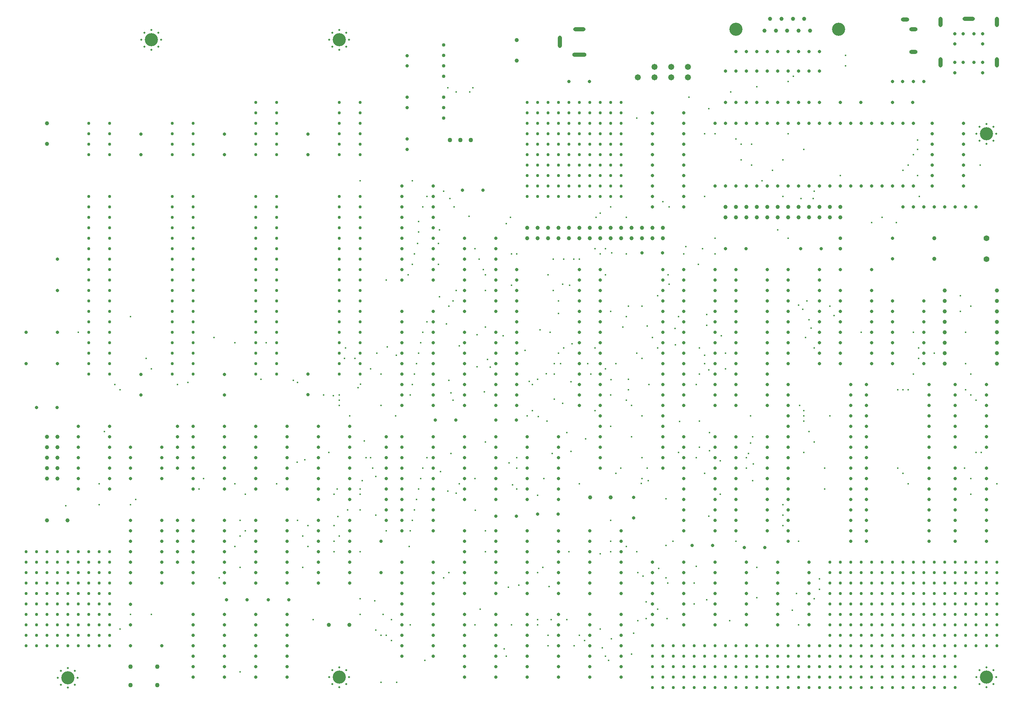
<source format=gbr>
%TF.GenerationSoftware,KiCad,Pcbnew,7.0.2*%
%TF.CreationDate,2024-04-17T07:58:50+08:00*%
%TF.ProjectId,HEC1,48454331-2e6b-4696-9361-645f70636258,rev?*%
%TF.SameCoordinates,Original*%
%TF.FileFunction,Plated,1,2,PTH,Mixed*%
%TF.FilePolarity,Positive*%
%FSLAX46Y46*%
G04 Gerber Fmt 4.6, Leading zero omitted, Abs format (unit mm)*
G04 Created by KiCad (PCBNEW 7.0.2) date 2024-04-17 07:58:50*
%MOMM*%
%LPD*%
G01*
G04 APERTURE LIST*
%TA.AperFunction,ViaDrill*%
%ADD10C,0.400000*%
%TD*%
%TA.AperFunction,ComponentDrill*%
%ADD11C,0.500000*%
%TD*%
%TA.AperFunction,ComponentDrill*%
%ADD12C,0.762000*%
%TD*%
%TA.AperFunction,ComponentDrill*%
%ADD13C,0.800000*%
%TD*%
%TA.AperFunction,ComponentDrill*%
%ADD14C,0.850000*%
%TD*%
%TA.AperFunction,ComponentDrill*%
%ADD15C,0.900000*%
%TD*%
%TA.AperFunction,ComponentDrill*%
%ADD16C,1.000000*%
%TD*%
G04 aperture for slot hole*
%TA.AperFunction,ComponentDrill*%
%ADD17O,1.000000X3.000000*%
%TD*%
G04 aperture for slot hole*
%TA.AperFunction,ComponentDrill*%
%ADD18O,3.000000X1.000000*%
%TD*%
G04 aperture for slot hole*
%TA.AperFunction,ComponentDrill*%
%ADD19O,3.500000X1.000000*%
%TD*%
G04 aperture for slot hole*
%TA.AperFunction,ComponentDrill*%
%ADD20O,2.000000X1.000000*%
%TD*%
G04 aperture for slot hole*
%TA.AperFunction,ComponentDrill*%
%ADD21O,1.000000X2.500000*%
%TD*%
%TA.AperFunction,ComponentDrill*%
%ADD22C,1.100000*%
%TD*%
%TA.AperFunction,ComponentDrill*%
%ADD23C,1.400000*%
%TD*%
%TA.AperFunction,ComponentDrill*%
%ADD24C,1.473200*%
%TD*%
%TA.AperFunction,ComponentDrill*%
%ADD25C,3.200000*%
%TD*%
G04 APERTURE END LIST*
D10*
X47752000Y-148844000D03*
X50800000Y-106680000D03*
X55880000Y-143510000D03*
X55880000Y-148612500D03*
X57150000Y-130810000D03*
X59690000Y-119380000D03*
X60960000Y-120650000D03*
X60960000Y-178816000D03*
X63500000Y-102870000D03*
X63500000Y-175260000D03*
X63522500Y-148612500D03*
X64770000Y-147320000D03*
X67310000Y-113030000D03*
X68580000Y-115547500D03*
X68580000Y-175260000D03*
X74930000Y-119359500D03*
X77470000Y-118851500D03*
X80187503Y-144780000D03*
X81280000Y-142240000D03*
X83820000Y-107950000D03*
X85090000Y-166370000D03*
X88900000Y-109220000D03*
X88900000Y-143510000D03*
X88900000Y-158750000D03*
X90170000Y-152400000D03*
X90170000Y-156210000D03*
X90170000Y-163830000D03*
X90170000Y-189230000D03*
X91440000Y-146027500D03*
X91440000Y-154940000D03*
X95250000Y-118132500D03*
X96520000Y-109220000D03*
X99060000Y-143510000D03*
X103124000Y-118343500D03*
X104094688Y-138221312D03*
X104140000Y-118851500D03*
X104140000Y-152400000D03*
X105410000Y-156210000D03*
X105410000Y-163830000D03*
X105897500Y-137668000D03*
X106680000Y-153670000D03*
X106680000Y-158750000D03*
X107950000Y-176530000D03*
X110490000Y-121920000D03*
X111760000Y-135890000D03*
X112903000Y-122047000D03*
X113030000Y-146050000D03*
X113030000Y-153670000D03*
X113030000Y-157480000D03*
X113030000Y-160020000D03*
X113792001Y-144780000D03*
X114021064Y-151408936D03*
X114300000Y-121920000D03*
X114300000Y-123190000D03*
X114300000Y-124460000D03*
X114300000Y-156210000D03*
X115570000Y-113030000D03*
X115824000Y-110490000D03*
X116332000Y-149860000D03*
X116840000Y-127000000D03*
X118110000Y-113030000D03*
X118892500Y-120121500D03*
X119380000Y-69850000D03*
X119380000Y-144780000D03*
X119380000Y-146050000D03*
X119380000Y-149860000D03*
X119380000Y-160020000D03*
X119380000Y-171450000D03*
X119380000Y-175260000D03*
X119473447Y-119237864D03*
X119888000Y-142727500D03*
X120396000Y-133096000D03*
X120862497Y-137160000D03*
X121920000Y-115570000D03*
X121920000Y-137160000D03*
X122428000Y-139700000D03*
X122936000Y-171920500D03*
X123190000Y-151130000D03*
X123190000Y-179070000D03*
X123210500Y-141752500D03*
X123485000Y-111760000D03*
X124460000Y-116840000D03*
X124460000Y-124460000D03*
X124460000Y-180340000D03*
X124460000Y-191770000D03*
X124968000Y-175260000D03*
X125730000Y-93980000D03*
X125730000Y-154940000D03*
X125730000Y-180340000D03*
X126012500Y-110236000D03*
X127000000Y-176530000D03*
X127000000Y-181610000D03*
X128016000Y-127000000D03*
X128232500Y-112268000D03*
X128270000Y-191770000D03*
X131064000Y-92710000D03*
X131297500Y-158727500D03*
X131572000Y-121920000D03*
X131572000Y-154940000D03*
X131592500Y-177800000D03*
X132080000Y-69850000D03*
X132080000Y-90170000D03*
X132080000Y-119380000D03*
X132080000Y-152400000D03*
X132588000Y-87630000D03*
X132588000Y-116840000D03*
X132588000Y-149860000D03*
X133096000Y-114300000D03*
X133096000Y-147320000D03*
X133329500Y-85090000D03*
X133604000Y-79756000D03*
X133604000Y-82296000D03*
X133604000Y-111760000D03*
X133604000Y-144780000D03*
X134112000Y-109220000D03*
X134112000Y-142240000D03*
X134620000Y-76200000D03*
X134620000Y-106680000D03*
X134620000Y-139700000D03*
X135128000Y-186436000D03*
X135636000Y-73660000D03*
X135636000Y-104140000D03*
X135636000Y-137160000D03*
X138430000Y-85090000D03*
X138430000Y-90170000D03*
X138684000Y-81788000D03*
X138684000Y-98044000D03*
X138938000Y-140499500D03*
X139700000Y-72390000D03*
X139700000Y-166370000D03*
X140424500Y-104648000D03*
X140716000Y-47244000D03*
X140716000Y-145288000D03*
X140949500Y-100330000D03*
X140970000Y-165100000D03*
X141007502Y-118364000D03*
X141224000Y-74168000D03*
X141515500Y-121412000D03*
X141515500Y-136144000D03*
X141965500Y-99060000D03*
X142023500Y-123190000D03*
X142240000Y-76200000D03*
X142748000Y-48260000D03*
X142748000Y-96520000D03*
X142748000Y-145796000D03*
X143492079Y-109944500D03*
X143510000Y-143510000D03*
X145936877Y-78463500D03*
X146072500Y-48260000D03*
X146812000Y-47244000D03*
X147320000Y-86360000D03*
X147320000Y-142240000D03*
X147320000Y-177800000D03*
X147404835Y-149944835D03*
X147873312Y-107233312D03*
X147889081Y-115024500D03*
X148336000Y-88900000D03*
X148612500Y-173990000D03*
X149352000Y-91440000D03*
X149634902Y-121120500D03*
X149860000Y-92710000D03*
X149860000Y-96520000D03*
X149860000Y-105410000D03*
X149860000Y-133350000D03*
X149860000Y-154940000D03*
X149860000Y-160020000D03*
X150363701Y-113288299D03*
X151088201Y-115099500D03*
X154215500Y-107479500D03*
X154427701Y-183604500D03*
X154934701Y-80258701D03*
X154940000Y-185420000D03*
X155448000Y-168656000D03*
X155606500Y-138430000D03*
X155956000Y-78740000D03*
X156210000Y-87630000D03*
X156210000Y-177800000D03*
X156230500Y-95250000D03*
X156464000Y-143764000D03*
X157480000Y-87630000D03*
X157480000Y-137160000D03*
X157480000Y-139700000D03*
X157480000Y-144780000D03*
X157988000Y-168148000D03*
X159512000Y-111035500D03*
X160020000Y-127000000D03*
X160528000Y-118580500D03*
X161290000Y-119380000D03*
X161290000Y-125730000D03*
X162560000Y-118110000D03*
X162560000Y-165100000D03*
X162560000Y-176530000D03*
X162560000Y-177800000D03*
X162564299Y-146299701D03*
X162722062Y-127182562D03*
X163195000Y-106045000D03*
X163830000Y-163830000D03*
X164084000Y-142240000D03*
X164723299Y-116708701D03*
X164883500Y-128232500D03*
X165100000Y-92732500D03*
X165100000Y-180340000D03*
X165100000Y-182880000D03*
X165391500Y-168439500D03*
X165608000Y-106680000D03*
X165882500Y-176530000D03*
X166116000Y-136144000D03*
X166370000Y-88900000D03*
X166370000Y-96520000D03*
X166624000Y-114300000D03*
X166624000Y-116840000D03*
X166624000Y-122936000D03*
X167640000Y-99060000D03*
X167640000Y-102108000D03*
X167640000Y-111760000D03*
X168148000Y-114300000D03*
X168656000Y-94996000D03*
X168656000Y-123952000D03*
X168910000Y-88900000D03*
X168910000Y-110490000D03*
X169672000Y-131064000D03*
X169692500Y-176552500D03*
X170180000Y-160020000D03*
X170396500Y-95250000D03*
X170688000Y-118655500D03*
X170688000Y-135636000D03*
X170962500Y-109414102D03*
X171427500Y-88900000D03*
X171450000Y-182880000D03*
X172720000Y-88900000D03*
X172720000Y-143510000D03*
X172720000Y-180340000D03*
X173990000Y-181610000D03*
X174239701Y-132583701D03*
X174772500Y-114300000D03*
X175534500Y-116840000D03*
X176530000Y-86360000D03*
X176530000Y-110490000D03*
X176530000Y-125730000D03*
X176784000Y-78740000D03*
X177800000Y-77724000D03*
X177800000Y-87607500D03*
X177800000Y-160528000D03*
X177800000Y-178816000D03*
X178312299Y-183392299D03*
X179070000Y-86360000D03*
X179070000Y-92710000D03*
X179070000Y-115570000D03*
X179070000Y-185420000D03*
X179832000Y-186436000D03*
X180340000Y-76200000D03*
X180340000Y-121920000D03*
X180340000Y-129540000D03*
X180340000Y-152400000D03*
X180340000Y-157480000D03*
X180340000Y-160020000D03*
X180360000Y-101600000D03*
X180417352Y-118166852D03*
X180565098Y-181139500D03*
X180635500Y-87376000D03*
X181630500Y-114300000D03*
X181632500Y-140970000D03*
X182857250Y-139722750D03*
X183347000Y-105410000D03*
X184129500Y-102870000D03*
X184150000Y-78760500D03*
X184150000Y-87607500D03*
X184150000Y-123190000D03*
X184150000Y-158750000D03*
X184637500Y-100330000D03*
X184637500Y-118110000D03*
X184637500Y-120650000D03*
X185420000Y-124460000D03*
X185420000Y-132080000D03*
X185420000Y-184912000D03*
X185928000Y-179832000D03*
X186690000Y-54610000D03*
X186690000Y-111760000D03*
X186690000Y-160020000D03*
X186944000Y-165100000D03*
X186944000Y-176784000D03*
X187833000Y-143383000D03*
X187939500Y-100330000D03*
X187939500Y-113030000D03*
X187960000Y-127000000D03*
X187960000Y-137160000D03*
X187960000Y-142262750D03*
X188251500Y-165899500D03*
X188976000Y-172212000D03*
X188976000Y-176276000D03*
X189230000Y-105156000D03*
X189230000Y-139700000D03*
X189488299Y-142743701D03*
X189700500Y-119380000D03*
X190520500Y-107950000D03*
X191770000Y-97790000D03*
X191770000Y-110490000D03*
X191770000Y-173990000D03*
X192024000Y-164084000D03*
X193040000Y-74930000D03*
X193839500Y-147094902D03*
X193839500Y-158496000D03*
X193839500Y-166370000D03*
X194056000Y-176276000D03*
X194264500Y-167640000D03*
X194310000Y-92710000D03*
X194564000Y-76200000D03*
X194564000Y-94996000D03*
X195557000Y-157480000D03*
X196042688Y-105709312D03*
X196088000Y-109728000D03*
X196850000Y-102870000D03*
X196850000Y-135890000D03*
X197104000Y-128305500D03*
X198120000Y-87607500D03*
X198628000Y-85852000D03*
X199390000Y-49552500D03*
X200660000Y-167640000D03*
X200660000Y-172720000D03*
X201163701Y-163571701D03*
X201188498Y-119380000D03*
X201188498Y-137160000D03*
X201676000Y-90170000D03*
X201930000Y-110490000D03*
X201970998Y-116840000D03*
X201970998Y-128247500D03*
X201970998Y-134620000D03*
X202687701Y-86364299D03*
X203200000Y-58420000D03*
X203200000Y-73660000D03*
X203200000Y-112268000D03*
X203200000Y-114300000D03*
X203200000Y-140970000D03*
X203708000Y-102324500D03*
X203708000Y-104939500D03*
X203708000Y-171704000D03*
X204216000Y-52324000D03*
X204216000Y-115824000D03*
X204216000Y-151384000D03*
X204432500Y-131064000D03*
X204432500Y-135419500D03*
X205740000Y-58420000D03*
X205740000Y-83820000D03*
X205740000Y-87607500D03*
X207010000Y-146050000D03*
X207027921Y-137884500D03*
X207259701Y-107479500D03*
X208280000Y-115570000D03*
X208284299Y-111755701D03*
X209296000Y-176784000D03*
X209550000Y-48260000D03*
X210820000Y-59690000D03*
X210820000Y-157480000D03*
X212090000Y-60960000D03*
X212090000Y-64770000D03*
X213360000Y-137160000D03*
X213360000Y-139700000D03*
X213868000Y-136144000D03*
X214376000Y-127000000D03*
X214376000Y-133604000D03*
X214630000Y-60960000D03*
X214630000Y-66040000D03*
X214879701Y-142743701D03*
X214884000Y-132080000D03*
X215100500Y-138684000D03*
X215895701Y-171200299D03*
X215900000Y-46990000D03*
X215900000Y-163830000D03*
X217170000Y-69850000D03*
X219710000Y-67310000D03*
X220980000Y-81788000D03*
X222250000Y-64770000D03*
X222250000Y-73660000D03*
X222250000Y-148590000D03*
X222250000Y-151130000D03*
X222250000Y-153670000D03*
X223520000Y-45720000D03*
X223520000Y-58420000D03*
X223524299Y-83824299D03*
X224536000Y-174244000D03*
X224790000Y-44450000D03*
X225552000Y-170180000D03*
X226060000Y-100076000D03*
X226060000Y-157480000D03*
X226060000Y-177800000D03*
X226351500Y-124460000D03*
X226679123Y-74147500D03*
X227076000Y-101092000D03*
X227330000Y-62230000D03*
X227330000Y-127000000D03*
X227330000Y-128270000D03*
X227330000Y-135890000D03*
X227367500Y-125730000D03*
X227800500Y-107950000D03*
X228071500Y-99060000D03*
X228600000Y-103632000D03*
X228600000Y-130810000D03*
X229145500Y-105664000D03*
X229616000Y-74147500D03*
X229870000Y-72390000D03*
X229870000Y-110490000D03*
X229870000Y-133350000D03*
X229870000Y-171450000D03*
X231135701Y-169159701D03*
X231140000Y-166624000D03*
X232410000Y-139700000D03*
X232410000Y-144780000D03*
X233680000Y-100330000D03*
X233680000Y-127000000D03*
X234696000Y-102616000D03*
X236220000Y-68580000D03*
X237490000Y-39370000D03*
X237490000Y-41910000D03*
X241322500Y-106680000D03*
X243840000Y-80010000D03*
X246380000Y-78740000D03*
X249872500Y-80010000D03*
X250190000Y-120672500D03*
X250190000Y-139700000D03*
X251460000Y-67310000D03*
X251460000Y-120672500D03*
X251460000Y-140970000D03*
X252730000Y-66040000D03*
X252730000Y-120672500D03*
X252730000Y-143510000D03*
X254000000Y-63500000D03*
X254000000Y-106680000D03*
X254000000Y-116840000D03*
X255016000Y-59944000D03*
X255016000Y-62230000D03*
X255016000Y-68580000D03*
X255270000Y-110490000D03*
X255270000Y-113030000D03*
X255478688Y-73614688D03*
X259080000Y-111760000D03*
X265430000Y-97790000D03*
X265430000Y-101600000D03*
X266425500Y-139700000D03*
X266700000Y-106680000D03*
X266700000Y-114300000D03*
X266700000Y-120650000D03*
X267949500Y-142240000D03*
X267970000Y-100330000D03*
X267970000Y-116840000D03*
X267970000Y-121920000D03*
X267970000Y-146050000D03*
X269240000Y-123190000D03*
X269240000Y-135890000D03*
X270256000Y-66040000D03*
X270510000Y-135890000D03*
X274320000Y-143510000D03*
D11*
%TO.C,H4*%
X45860000Y-190640000D03*
X46562944Y-188942944D03*
X46562944Y-192337056D03*
X48260000Y-188240000D03*
X48260000Y-193040000D03*
X49957056Y-188942944D03*
X49957056Y-192337056D03*
X50660000Y-190640000D03*
%TO.C,H1*%
X66180000Y-35560000D03*
X66882944Y-33862944D03*
X66882944Y-37257056D03*
X68580000Y-33160000D03*
X68580000Y-37960000D03*
X70277056Y-33862944D03*
X70277056Y-37257056D03*
X70980000Y-35560000D03*
%TO.C,H5*%
X111900000Y-35560000D03*
%TO.C,H3*%
X111900000Y-190500000D03*
%TO.C,H5*%
X112602944Y-33862944D03*
X112602944Y-37257056D03*
%TO.C,H3*%
X112602944Y-188802944D03*
X112602944Y-192197056D03*
%TO.C,H5*%
X114300000Y-33160000D03*
X114300000Y-37960000D03*
%TO.C,H3*%
X114300000Y-188100000D03*
X114300000Y-192900000D03*
%TO.C,H5*%
X115997056Y-33862944D03*
X115997056Y-37257056D03*
%TO.C,H3*%
X115997056Y-188802944D03*
X115997056Y-192197056D03*
%TO.C,H5*%
X116700000Y-35560000D03*
%TO.C,H3*%
X116700000Y-190500000D03*
%TO.C,H2*%
X269380000Y-58420000D03*
%TO.C,H6*%
X269380000Y-190500000D03*
%TO.C,H2*%
X270082944Y-56722944D03*
X270082944Y-60117056D03*
%TO.C,H6*%
X270082944Y-188802944D03*
X270082944Y-192197056D03*
%TO.C,H2*%
X271780000Y-56020000D03*
X271780000Y-60820000D03*
%TO.C,H6*%
X271780000Y-188100000D03*
X271780000Y-192900000D03*
%TO.C,H2*%
X273477056Y-56722944D03*
X273477056Y-60117056D03*
%TO.C,H6*%
X273477056Y-188802944D03*
X273477056Y-192197056D03*
%TO.C,H2*%
X274180000Y-58420000D03*
%TO.C,H6*%
X274180000Y-190500000D03*
D12*
%TO.C,REF\u002A\u002A*%
X38100000Y-160020000D03*
X38100000Y-162560000D03*
X38100000Y-165100000D03*
X38100000Y-167640000D03*
X38100000Y-170180000D03*
X38100000Y-172720000D03*
X38100000Y-175260000D03*
X38100000Y-177800000D03*
X38100000Y-180340000D03*
X38100000Y-182880000D03*
X40640000Y-160020000D03*
X40640000Y-162560000D03*
X40640000Y-165100000D03*
X40640000Y-167640000D03*
X40640000Y-170180000D03*
X40640000Y-172720000D03*
X40640000Y-175260000D03*
X40640000Y-177800000D03*
X40640000Y-180340000D03*
X40640000Y-182880000D03*
X43180000Y-160020000D03*
X43180000Y-162560000D03*
X43180000Y-165100000D03*
X43180000Y-167640000D03*
X43180000Y-170180000D03*
X43180000Y-172720000D03*
X43180000Y-175260000D03*
X43180000Y-177800000D03*
X43180000Y-180340000D03*
X43180000Y-182880000D03*
X45720000Y-160020000D03*
X45720000Y-162560000D03*
X45720000Y-165100000D03*
X45720000Y-167640000D03*
X45720000Y-170180000D03*
X45720000Y-172720000D03*
X45720000Y-175260000D03*
X45720000Y-177800000D03*
X45720000Y-180340000D03*
X45720000Y-182880000D03*
X48260000Y-160020000D03*
X48260000Y-162560000D03*
X48260000Y-165100000D03*
X48260000Y-167640000D03*
X48260000Y-170180000D03*
X48260000Y-172720000D03*
X48260000Y-175260000D03*
X48260000Y-177800000D03*
X48260000Y-180340000D03*
X48260000Y-182880000D03*
X50800000Y-160020000D03*
X50800000Y-162560000D03*
X50800000Y-165100000D03*
X50800000Y-167640000D03*
X50800000Y-170180000D03*
X50800000Y-172720000D03*
X50800000Y-175260000D03*
X50800000Y-177800000D03*
X50800000Y-180340000D03*
X50800000Y-182880000D03*
%TO.C,BUS4*%
X53340000Y-55880000D03*
X53340000Y-58420000D03*
X53340000Y-60960000D03*
X53340000Y-63500000D03*
X53340000Y-73660000D03*
X53340000Y-76200000D03*
X53340000Y-78740000D03*
X53340000Y-81280000D03*
X53340000Y-83820000D03*
X53340000Y-86360000D03*
X53340000Y-88900000D03*
X53340000Y-91440000D03*
X53340000Y-93980000D03*
X53340000Y-96520000D03*
X53340000Y-99060000D03*
X53340000Y-101600000D03*
X53340000Y-104140000D03*
X53340000Y-106680000D03*
X53340000Y-109220000D03*
X53340000Y-111760000D03*
X53340000Y-114300000D03*
X53340000Y-116840000D03*
%TO.C,REF\u002A\u002A*%
X53340000Y-160020000D03*
X53340000Y-162560000D03*
X53340000Y-165100000D03*
X53340000Y-167640000D03*
X53340000Y-170180000D03*
X53340000Y-172720000D03*
X53340000Y-175260000D03*
X53340000Y-177800000D03*
X53340000Y-180340000D03*
X53340000Y-182880000D03*
X55880000Y-160020000D03*
X55880000Y-162560000D03*
X55880000Y-165100000D03*
X55880000Y-167640000D03*
X55880000Y-170180000D03*
X55880000Y-172720000D03*
X55880000Y-175260000D03*
X55880000Y-177800000D03*
X55880000Y-180340000D03*
X55880000Y-182880000D03*
%TO.C,BUS4*%
X58420000Y-55880000D03*
X58420000Y-58420000D03*
X58420000Y-60960000D03*
X58420000Y-63500000D03*
X58420000Y-73660000D03*
X58420000Y-76200000D03*
X58420000Y-78740000D03*
X58420000Y-81280000D03*
X58420000Y-83820000D03*
X58420000Y-86360000D03*
X58420000Y-88900000D03*
X58420000Y-91440000D03*
X58420000Y-93980000D03*
X58420000Y-96520000D03*
X58420000Y-99060000D03*
X58420000Y-101600000D03*
X58420000Y-104140000D03*
X58420000Y-106680000D03*
X58420000Y-109220000D03*
X58420000Y-111760000D03*
X58420000Y-114300000D03*
X58420000Y-116840000D03*
%TO.C,REF\u002A\u002A*%
X58420000Y-160020000D03*
X58420000Y-162560000D03*
X58420000Y-165100000D03*
X58420000Y-167640000D03*
X58420000Y-170180000D03*
X58420000Y-172720000D03*
X58420000Y-175260000D03*
X58420000Y-177800000D03*
X58420000Y-180340000D03*
X58420000Y-182880000D03*
%TO.C,BUS3*%
X73660000Y-55880000D03*
X73660000Y-58420000D03*
X73660000Y-60960000D03*
X73660000Y-63500000D03*
X73660000Y-73660000D03*
X73660000Y-76200000D03*
X73660000Y-78740000D03*
X73660000Y-81280000D03*
X73660000Y-83820000D03*
X73660000Y-86360000D03*
X73660000Y-88900000D03*
X73660000Y-91440000D03*
X73660000Y-93980000D03*
X73660000Y-96520000D03*
X73660000Y-99060000D03*
X73660000Y-101600000D03*
X73660000Y-104140000D03*
X73660000Y-106680000D03*
X73660000Y-109220000D03*
X73660000Y-111760000D03*
X73660000Y-114300000D03*
X73660000Y-116840000D03*
X78740000Y-55880000D03*
X78740000Y-58420000D03*
X78740000Y-60960000D03*
X78740000Y-63500000D03*
X78740000Y-73660000D03*
X78740000Y-76200000D03*
X78740000Y-78740000D03*
X78740000Y-81280000D03*
X78740000Y-83820000D03*
X78740000Y-86360000D03*
X78740000Y-88900000D03*
X78740000Y-91440000D03*
X78740000Y-93980000D03*
X78740000Y-96520000D03*
X78740000Y-99060000D03*
X78740000Y-101600000D03*
X78740000Y-104140000D03*
X78740000Y-106680000D03*
X78740000Y-109220000D03*
X78740000Y-111760000D03*
X78740000Y-114300000D03*
X78740000Y-116840000D03*
%TO.C,BUS2*%
X93980000Y-50800000D03*
X93980000Y-53340000D03*
X93980000Y-55880000D03*
X93980000Y-58420000D03*
X93980000Y-60960000D03*
X93980000Y-63500000D03*
X93980000Y-73660000D03*
X93980000Y-76200000D03*
X93980000Y-78740000D03*
X93980000Y-81280000D03*
X93980000Y-83820000D03*
X93980000Y-86360000D03*
X93980000Y-88900000D03*
X93980000Y-91440000D03*
X93980000Y-93980000D03*
X93980000Y-96520000D03*
X93980000Y-99060000D03*
X93980000Y-101600000D03*
X93980000Y-104140000D03*
X93980000Y-106680000D03*
X93980000Y-109220000D03*
X93980000Y-111760000D03*
X93980000Y-114300000D03*
X93980000Y-116840000D03*
X99060000Y-50800000D03*
X99060000Y-53340000D03*
X99060000Y-55880000D03*
X99060000Y-58420000D03*
X99060000Y-60960000D03*
X99060000Y-63500000D03*
X99060000Y-73660000D03*
X99060000Y-76200000D03*
X99060000Y-78740000D03*
X99060000Y-81280000D03*
X99060000Y-83820000D03*
X99060000Y-86360000D03*
X99060000Y-88900000D03*
X99060000Y-91440000D03*
X99060000Y-93980000D03*
X99060000Y-96520000D03*
X99060000Y-99060000D03*
X99060000Y-101600000D03*
X99060000Y-104140000D03*
X99060000Y-106680000D03*
X99060000Y-109220000D03*
X99060000Y-111760000D03*
X99060000Y-114300000D03*
X99060000Y-116840000D03*
%TO.C,BUS1*%
X114300000Y-50800000D03*
X114300000Y-53340000D03*
X114300000Y-55880000D03*
X114300000Y-58420000D03*
X114300000Y-60960000D03*
X114300000Y-63500000D03*
X114300000Y-73660000D03*
X114300000Y-76200000D03*
X114300000Y-78740000D03*
X114300000Y-81280000D03*
X114300000Y-83820000D03*
X114300000Y-86360000D03*
X114300000Y-88900000D03*
X114300000Y-91440000D03*
X114300000Y-93980000D03*
X114300000Y-96520000D03*
X114300000Y-99060000D03*
X114300000Y-101600000D03*
X114300000Y-104140000D03*
X114300000Y-106680000D03*
X114300000Y-109220000D03*
X114300000Y-111760000D03*
X114300000Y-114300000D03*
X114300000Y-116840000D03*
X119380000Y-50800000D03*
X119380000Y-53340000D03*
X119380000Y-55880000D03*
X119380000Y-58420000D03*
X119380000Y-60960000D03*
X119380000Y-63500000D03*
X119380000Y-73660000D03*
X119380000Y-76200000D03*
X119380000Y-78740000D03*
X119380000Y-81280000D03*
X119380000Y-83820000D03*
X119380000Y-86360000D03*
X119380000Y-88900000D03*
X119380000Y-91440000D03*
X119380000Y-93980000D03*
X119380000Y-96520000D03*
X119380000Y-99060000D03*
X119380000Y-101600000D03*
X119380000Y-104140000D03*
X119380000Y-106680000D03*
X119380000Y-109220000D03*
X119380000Y-111760000D03*
X119380000Y-114300000D03*
X119380000Y-116840000D03*
%TO.C,REF\u002A\u002A*%
X160020000Y-50800000D03*
X160020000Y-53340000D03*
X160020000Y-55880000D03*
X160020000Y-58420000D03*
X160020000Y-60960000D03*
X160020000Y-63500000D03*
X160020000Y-66040000D03*
X160020000Y-68580000D03*
X160020000Y-71120000D03*
X160020000Y-73660000D03*
X162560000Y-50800000D03*
X162560000Y-53340000D03*
X162560000Y-55880000D03*
X162560000Y-58420000D03*
X162560000Y-60960000D03*
X162560000Y-63500000D03*
X162560000Y-66040000D03*
X162560000Y-68580000D03*
X162560000Y-71120000D03*
X162560000Y-73660000D03*
X165100000Y-50800000D03*
X165100000Y-53340000D03*
X165100000Y-55880000D03*
X165100000Y-58420000D03*
X165100000Y-60960000D03*
X165100000Y-63500000D03*
X165100000Y-66040000D03*
X165100000Y-68580000D03*
X165100000Y-71120000D03*
X165100000Y-73660000D03*
X167640000Y-50800000D03*
X167640000Y-53340000D03*
X167640000Y-55880000D03*
X167640000Y-58420000D03*
X167640000Y-60960000D03*
X167640000Y-63500000D03*
X167640000Y-66040000D03*
X167640000Y-68580000D03*
X167640000Y-71120000D03*
X167640000Y-73660000D03*
X170180000Y-50800000D03*
X170180000Y-53340000D03*
X170180000Y-55880000D03*
X170180000Y-58420000D03*
X170180000Y-60960000D03*
X170180000Y-63500000D03*
X170180000Y-66040000D03*
X170180000Y-68580000D03*
X170180000Y-71120000D03*
X170180000Y-73660000D03*
X172720000Y-50800000D03*
X172720000Y-53340000D03*
X172720000Y-55880000D03*
X172720000Y-58420000D03*
X172720000Y-60960000D03*
X172720000Y-63500000D03*
X172720000Y-66040000D03*
X172720000Y-68580000D03*
X172720000Y-71120000D03*
X172720000Y-73660000D03*
X175260000Y-50800000D03*
X175260000Y-53340000D03*
X175260000Y-55880000D03*
X175260000Y-58420000D03*
X175260000Y-60960000D03*
X175260000Y-63500000D03*
X175260000Y-66040000D03*
X175260000Y-68580000D03*
X175260000Y-71120000D03*
X175260000Y-73660000D03*
X177800000Y-50800000D03*
X177800000Y-53340000D03*
X177800000Y-55880000D03*
X177800000Y-58420000D03*
X177800000Y-60960000D03*
X177800000Y-63500000D03*
X177800000Y-66040000D03*
X177800000Y-68580000D03*
X177800000Y-71120000D03*
X177800000Y-73660000D03*
X180340000Y-50800000D03*
X180340000Y-53340000D03*
X180340000Y-55880000D03*
X180340000Y-58420000D03*
X180340000Y-60960000D03*
X180340000Y-63500000D03*
X180340000Y-66040000D03*
X180340000Y-68580000D03*
X180340000Y-71120000D03*
X180340000Y-73660000D03*
X182880000Y-50800000D03*
X182880000Y-53340000D03*
X182880000Y-55880000D03*
X182880000Y-58420000D03*
X182880000Y-60960000D03*
X182880000Y-63500000D03*
X182880000Y-66040000D03*
X182880000Y-68580000D03*
X182880000Y-71120000D03*
X182880000Y-73660000D03*
X190500000Y-182880000D03*
X190500000Y-185420000D03*
X190500000Y-187960000D03*
X190500000Y-190500000D03*
X190500000Y-193040000D03*
X193040000Y-182880000D03*
X193040000Y-185420000D03*
X193040000Y-187960000D03*
X193040000Y-190500000D03*
X193040000Y-193040000D03*
X195580000Y-182880000D03*
X195580000Y-185420000D03*
X195580000Y-187960000D03*
X195580000Y-190500000D03*
X195580000Y-193040000D03*
X198120000Y-182880000D03*
X198120000Y-185420000D03*
X198120000Y-187960000D03*
X198120000Y-190500000D03*
X198120000Y-193040000D03*
X200660000Y-182880000D03*
X200660000Y-185420000D03*
X200660000Y-187960000D03*
X200660000Y-190500000D03*
X200660000Y-193040000D03*
X203200000Y-182880000D03*
X203200000Y-185420000D03*
X203200000Y-187960000D03*
X203200000Y-190500000D03*
X203200000Y-193040000D03*
X205740000Y-182880000D03*
X205740000Y-185420000D03*
X205740000Y-187960000D03*
X205740000Y-190500000D03*
X205740000Y-193040000D03*
X208280000Y-182880000D03*
X208280000Y-185420000D03*
X208280000Y-187960000D03*
X208280000Y-190500000D03*
X208280000Y-193040000D03*
X210820000Y-182880000D03*
X210820000Y-185420000D03*
X210820000Y-187960000D03*
X210820000Y-190500000D03*
X210820000Y-193040000D03*
X213360000Y-182880000D03*
X213360000Y-185420000D03*
X213360000Y-187960000D03*
X213360000Y-190500000D03*
X213360000Y-193040000D03*
X215900000Y-182880000D03*
X215900000Y-185420000D03*
X215900000Y-187960000D03*
X215900000Y-190500000D03*
X215900000Y-193040000D03*
X218440000Y-182880000D03*
X218440000Y-185420000D03*
X218440000Y-187960000D03*
X218440000Y-190500000D03*
X218440000Y-193040000D03*
X220980000Y-182880000D03*
X220980000Y-185420000D03*
X220980000Y-187960000D03*
X220980000Y-190500000D03*
X220980000Y-193040000D03*
X223520000Y-182880000D03*
X223520000Y-185420000D03*
X223520000Y-187960000D03*
X223520000Y-190500000D03*
X223520000Y-193040000D03*
X226060000Y-182880000D03*
X226060000Y-185420000D03*
X226060000Y-187960000D03*
X226060000Y-190500000D03*
X226060000Y-193040000D03*
X228600000Y-182880000D03*
X228600000Y-185420000D03*
X228600000Y-187960000D03*
X228600000Y-190500000D03*
X228600000Y-193040000D03*
X231140000Y-182880000D03*
X231140000Y-185420000D03*
X231140000Y-187960000D03*
X231140000Y-190500000D03*
X231140000Y-193040000D03*
X233680000Y-162560000D03*
X233680000Y-165100000D03*
X233680000Y-167640000D03*
X233680000Y-170180000D03*
X233680000Y-172720000D03*
X233680000Y-175260000D03*
X233680000Y-177800000D03*
X233680000Y-180340000D03*
X233680000Y-182880000D03*
X233680000Y-185420000D03*
X233680000Y-187960000D03*
X233680000Y-190500000D03*
X233680000Y-193040000D03*
X236220000Y-162560000D03*
X236220000Y-165100000D03*
X236220000Y-167640000D03*
X236220000Y-170180000D03*
X236220000Y-172720000D03*
X236220000Y-175260000D03*
X236220000Y-177800000D03*
X236220000Y-180340000D03*
X236220000Y-182880000D03*
X236220000Y-185420000D03*
X236220000Y-187960000D03*
X236220000Y-190500000D03*
X236220000Y-193040000D03*
X238760000Y-162560000D03*
X238760000Y-165100000D03*
X238760000Y-167640000D03*
X238760000Y-170180000D03*
X238760000Y-172720000D03*
X238760000Y-175260000D03*
X238760000Y-177800000D03*
X238760000Y-180340000D03*
X238760000Y-182880000D03*
X238760000Y-185420000D03*
X238760000Y-187960000D03*
X238760000Y-190500000D03*
X238760000Y-193040000D03*
X241300000Y-162560000D03*
X241300000Y-165100000D03*
X241300000Y-167640000D03*
X241300000Y-170180000D03*
X241300000Y-172720000D03*
X241300000Y-175260000D03*
X241300000Y-177800000D03*
X241300000Y-180340000D03*
X241300000Y-182880000D03*
X241300000Y-185420000D03*
X241300000Y-187960000D03*
X241300000Y-190500000D03*
X241300000Y-193040000D03*
X243840000Y-162560000D03*
X243840000Y-165100000D03*
X243840000Y-167640000D03*
X243840000Y-170180000D03*
X243840000Y-172720000D03*
X243840000Y-175260000D03*
X243840000Y-177800000D03*
X243840000Y-180340000D03*
X243840000Y-182880000D03*
X243840000Y-185420000D03*
X243840000Y-187960000D03*
X243840000Y-190500000D03*
X243840000Y-193040000D03*
X246380000Y-162560000D03*
X246380000Y-165100000D03*
X246380000Y-167640000D03*
X246380000Y-170180000D03*
X246380000Y-172720000D03*
X246380000Y-175260000D03*
X246380000Y-177800000D03*
X246380000Y-180340000D03*
X246380000Y-182880000D03*
X246380000Y-185420000D03*
X246380000Y-187960000D03*
X246380000Y-190500000D03*
X246380000Y-193040000D03*
X248920000Y-162560000D03*
X248920000Y-165100000D03*
X248920000Y-167640000D03*
X248920000Y-170180000D03*
X248920000Y-172720000D03*
X248920000Y-175260000D03*
X248920000Y-177800000D03*
X248920000Y-180340000D03*
X248920000Y-182880000D03*
X248920000Y-185420000D03*
X248920000Y-187960000D03*
X248920000Y-190500000D03*
X248920000Y-193040000D03*
X251460000Y-162560000D03*
X251460000Y-165100000D03*
X251460000Y-167640000D03*
X251460000Y-170180000D03*
X251460000Y-172720000D03*
X251460000Y-175260000D03*
X251460000Y-177800000D03*
X251460000Y-180340000D03*
X251460000Y-182880000D03*
X251460000Y-185420000D03*
X251460000Y-187960000D03*
X251460000Y-190500000D03*
X251460000Y-193040000D03*
X254000000Y-162560000D03*
X254000000Y-165100000D03*
X254000000Y-167640000D03*
X254000000Y-170180000D03*
X254000000Y-172720000D03*
X254000000Y-175260000D03*
X254000000Y-177800000D03*
X254000000Y-180340000D03*
X254000000Y-182880000D03*
X254000000Y-185420000D03*
X254000000Y-187960000D03*
X254000000Y-190500000D03*
X254000000Y-193040000D03*
X256540000Y-162560000D03*
X256540000Y-165100000D03*
X256540000Y-167640000D03*
X256540000Y-170180000D03*
X256540000Y-172720000D03*
X256540000Y-175260000D03*
X256540000Y-177800000D03*
X256540000Y-180340000D03*
X256540000Y-182880000D03*
X256540000Y-185420000D03*
X256540000Y-187960000D03*
X256540000Y-190500000D03*
X256540000Y-193040000D03*
X259080000Y-162560000D03*
X259080000Y-165100000D03*
X259080000Y-167640000D03*
X259080000Y-170180000D03*
X259080000Y-172720000D03*
X259080000Y-175260000D03*
X259080000Y-177800000D03*
X259080000Y-180340000D03*
X259080000Y-182880000D03*
X259080000Y-185420000D03*
X259080000Y-187960000D03*
X259080000Y-190500000D03*
X259080000Y-193040000D03*
X261620000Y-162560000D03*
X261620000Y-165100000D03*
X261620000Y-167640000D03*
X261620000Y-170180000D03*
X261620000Y-172720000D03*
X261620000Y-175260000D03*
X261620000Y-177800000D03*
X261620000Y-180340000D03*
X261620000Y-182880000D03*
X261620000Y-185420000D03*
X261620000Y-187960000D03*
X261620000Y-190500000D03*
X261620000Y-193040000D03*
X264160000Y-162560000D03*
X264160000Y-165100000D03*
X264160000Y-167640000D03*
X264160000Y-170180000D03*
X264160000Y-172720000D03*
X264160000Y-175260000D03*
X264160000Y-177800000D03*
X264160000Y-180340000D03*
X264160000Y-182880000D03*
X264160000Y-185420000D03*
X264160000Y-187960000D03*
X264160000Y-190500000D03*
X264160000Y-193040000D03*
X266700000Y-162560000D03*
X266700000Y-165100000D03*
X266700000Y-167640000D03*
X266700000Y-170180000D03*
X266700000Y-172720000D03*
X266700000Y-175260000D03*
X266700000Y-177800000D03*
X266700000Y-180340000D03*
X266700000Y-182880000D03*
X269240000Y-162560000D03*
X269240000Y-165100000D03*
X269240000Y-167640000D03*
X269240000Y-170180000D03*
X269240000Y-172720000D03*
X269240000Y-175260000D03*
X269240000Y-177800000D03*
X269240000Y-180340000D03*
X269240000Y-182880000D03*
X271780000Y-162560000D03*
X271780000Y-165100000D03*
X271780000Y-167640000D03*
X271780000Y-170180000D03*
X271780000Y-172720000D03*
X271780000Y-175260000D03*
X271780000Y-177800000D03*
X271780000Y-180340000D03*
X271780000Y-182880000D03*
X274320000Y-162560000D03*
X274320000Y-165100000D03*
X274320000Y-167640000D03*
X274320000Y-170180000D03*
X274320000Y-172720000D03*
X274320000Y-175260000D03*
X274320000Y-177800000D03*
X274320000Y-180340000D03*
X274320000Y-182880000D03*
D13*
%TO.C,X1*%
X38100000Y-106680000D03*
X38100000Y-114300000D03*
%TO.C,C24*%
X40680000Y-124968000D03*
X45680000Y-124968000D03*
%TO.C,R3*%
X45720000Y-88900000D03*
X45720000Y-96520000D03*
%TO.C,X1*%
X45720000Y-106680000D03*
X45720000Y-114300000D03*
%TO.C,U34*%
X50800000Y-129540000D03*
X50800000Y-132080000D03*
X50800000Y-134620000D03*
X50800000Y-137160000D03*
X50800000Y-139700000D03*
X50800000Y-142240000D03*
X50800000Y-144780000D03*
X58420000Y-129540000D03*
X58420000Y-132080000D03*
X58420000Y-134620000D03*
X58420000Y-137160000D03*
X58420000Y-139700000D03*
X58420000Y-142240000D03*
X58420000Y-144780000D03*
%TO.C,SW1*%
X63500000Y-134620000D03*
X63500000Y-137160000D03*
X63500000Y-139700000D03*
X63500000Y-142240000D03*
%TO.C,U12*%
X63500000Y-152395000D03*
X63500000Y-154935000D03*
X63500000Y-157475000D03*
X63500000Y-160015000D03*
X63500000Y-162555000D03*
X63500000Y-165095000D03*
X63500000Y-167635000D03*
%TO.C,C16*%
X63500000Y-172800000D03*
X63500000Y-177800000D03*
%TO.C,R1*%
X63500000Y-182880000D03*
%TO.C,C1*%
X66040000Y-58500000D03*
X66040000Y-63500000D03*
%TO.C,C5*%
X66040000Y-116920000D03*
X66040000Y-121920000D03*
%TO.C,SW1*%
X71120000Y-134620000D03*
X71120000Y-137160000D03*
X71120000Y-139700000D03*
X71120000Y-142240000D03*
%TO.C,U12*%
X71120000Y-152395000D03*
X71120000Y-154935000D03*
X71120000Y-157475000D03*
X71120000Y-160015000D03*
X71120000Y-162555000D03*
X71120000Y-165095000D03*
X71120000Y-167635000D03*
%TO.C,R1*%
X71120000Y-182880000D03*
%TO.C,RN2*%
X74930000Y-129540000D03*
X74930000Y-132080000D03*
X74930000Y-134620000D03*
X74930000Y-137160000D03*
X74930000Y-139700000D03*
%TO.C,RN7*%
X74930000Y-152400000D03*
X74930000Y-154940000D03*
X74930000Y-157480000D03*
X74930000Y-160020000D03*
X74930000Y-162560000D03*
%TO.C,U33*%
X78730000Y-129540000D03*
X78730000Y-132080000D03*
X78730000Y-134620000D03*
X78730000Y-137160000D03*
X78730000Y-139700000D03*
X78730000Y-142240000D03*
X78730000Y-144780000D03*
%TO.C,U31*%
X78740000Y-152400000D03*
X78740000Y-154940000D03*
X78740000Y-157480000D03*
X78740000Y-160020000D03*
X78740000Y-162560000D03*
X78740000Y-165100000D03*
X78740000Y-167640000D03*
%TO.C,U35*%
X78740000Y-175260000D03*
X78740000Y-177800000D03*
X78740000Y-180340000D03*
X78740000Y-182880000D03*
X78740000Y-185420000D03*
X78740000Y-187960000D03*
X78740000Y-190500000D03*
%TO.C,U33*%
X86350000Y-129540000D03*
X86350000Y-132080000D03*
X86350000Y-134620000D03*
X86350000Y-137160000D03*
X86350000Y-139700000D03*
X86350000Y-142240000D03*
X86350000Y-144780000D03*
%TO.C,C2*%
X86360000Y-58500000D03*
X86360000Y-63500000D03*
%TO.C,C6*%
X86360000Y-116920000D03*
X86360000Y-121920000D03*
%TO.C,U31*%
X86360000Y-152400000D03*
X86360000Y-154940000D03*
X86360000Y-157480000D03*
X86360000Y-160020000D03*
X86360000Y-162560000D03*
X86360000Y-165100000D03*
X86360000Y-167640000D03*
%TO.C,U35*%
X86360000Y-175260000D03*
X86360000Y-177800000D03*
X86360000Y-180340000D03*
X86360000Y-182880000D03*
X86360000Y-185420000D03*
X86360000Y-187960000D03*
X86360000Y-190500000D03*
%TO.C,C23*%
X86908000Y-171704000D03*
X91908000Y-171704000D03*
%TO.C,U22*%
X93980000Y-129540000D03*
X93980000Y-132080000D03*
X93980000Y-134620000D03*
X93980000Y-137160000D03*
X93980000Y-139700000D03*
X93980000Y-142240000D03*
X93980000Y-144780000D03*
%TO.C,U17*%
X93980000Y-152400000D03*
X93980000Y-154940000D03*
X93980000Y-157480000D03*
X93980000Y-160020000D03*
X93980000Y-162560000D03*
X93980000Y-165100000D03*
X93980000Y-167640000D03*
%TO.C,U30*%
X93980000Y-175260000D03*
X93980000Y-177800000D03*
X93980000Y-180340000D03*
X93980000Y-182880000D03*
X93980000Y-185420000D03*
X93980000Y-187960000D03*
X93980000Y-190500000D03*
%TO.C,C22*%
X97068000Y-171704000D03*
%TO.C,U22*%
X101600000Y-129540000D03*
X101600000Y-132080000D03*
X101600000Y-134620000D03*
X101600000Y-137160000D03*
X101600000Y-139700000D03*
X101600000Y-142240000D03*
X101600000Y-144780000D03*
%TO.C,U17*%
X101600000Y-152400000D03*
X101600000Y-154940000D03*
X101600000Y-157480000D03*
X101600000Y-160020000D03*
X101600000Y-162560000D03*
X101600000Y-165100000D03*
X101600000Y-167640000D03*
%TO.C,U30*%
X101600000Y-175260000D03*
X101600000Y-177800000D03*
X101600000Y-180340000D03*
X101600000Y-182880000D03*
X101600000Y-185420000D03*
X101600000Y-187960000D03*
X101600000Y-190500000D03*
%TO.C,C22*%
X102068000Y-171704000D03*
%TO.C,C3*%
X106680000Y-58500000D03*
X106680000Y-63500000D03*
%TO.C,C7*%
X106680000Y-116840000D03*
X106680000Y-121840000D03*
%TO.C,U6*%
X109220000Y-129540000D03*
X109220000Y-132080000D03*
X109220000Y-134620000D03*
X109220000Y-137160000D03*
X109220000Y-139700000D03*
X109220000Y-142240000D03*
X109220000Y-144780000D03*
X109220000Y-147320000D03*
%TO.C,U28*%
X109220000Y-152400000D03*
X109220000Y-154940000D03*
X109220000Y-157480000D03*
X109220000Y-160020000D03*
X109220000Y-162560000D03*
X109220000Y-165100000D03*
X109220000Y-167640000D03*
%TO.C,U6*%
X116840000Y-129540000D03*
X116840000Y-132080000D03*
X116840000Y-134620000D03*
X116840000Y-137160000D03*
X116840000Y-139700000D03*
X116840000Y-142240000D03*
X116840000Y-144780000D03*
X116840000Y-147320000D03*
%TO.C,U28*%
X116840000Y-152400000D03*
X116840000Y-154940000D03*
X116840000Y-157480000D03*
X116840000Y-160020000D03*
X116840000Y-162560000D03*
X116840000Y-165100000D03*
X116840000Y-167640000D03*
%TO.C,R2*%
X124460000Y-157480000D03*
X124460000Y-165100000D03*
%TO.C,RN1*%
X125730000Y-132080000D03*
X125730000Y-134620000D03*
X125730000Y-137160000D03*
X125730000Y-139700000D03*
X125730000Y-142240000D03*
X125730000Y-144780000D03*
X125730000Y-147320000D03*
X125730000Y-149860000D03*
X125730000Y-152400000D03*
%TO.C,U21*%
X129540000Y-71120000D03*
X129540000Y-73660000D03*
X129540000Y-76200000D03*
X129540000Y-78740000D03*
X129540000Y-81280000D03*
X129540000Y-83820000D03*
X129540000Y-86360000D03*
X129540000Y-88900000D03*
X129540000Y-91440000D03*
X129540000Y-93980000D03*
%TO.C,U20*%
X129540000Y-101600000D03*
X129540000Y-104140000D03*
X129540000Y-106680000D03*
X129540000Y-109220000D03*
X129540000Y-111760000D03*
X129540000Y-114300000D03*
X129540000Y-116840000D03*
X129540000Y-119380000D03*
X129540000Y-121920000D03*
X129540000Y-124460000D03*
%TO.C,U26*%
X129540000Y-132080000D03*
X129540000Y-134620000D03*
X129540000Y-137160000D03*
X129540000Y-139700000D03*
X129540000Y-142240000D03*
X129540000Y-144780000D03*
X129540000Y-147320000D03*
X129540000Y-149860000D03*
X129540000Y-152400000D03*
X129540000Y-154940000D03*
%TO.C,U25*%
X129540000Y-162560000D03*
X129540000Y-165100000D03*
X129540000Y-167640000D03*
X129540000Y-170180000D03*
X129540000Y-172720000D03*
X129540000Y-175260000D03*
X129540000Y-177800000D03*
X129540000Y-180340000D03*
X129540000Y-182880000D03*
X129540000Y-185420000D03*
%TO.C,C9*%
X130810000Y-39410000D03*
X130810000Y-41910000D03*
%TO.C,C10*%
X130810000Y-49530000D03*
X130810000Y-52030000D03*
%TO.C,C11*%
X130810000Y-59690000D03*
X130810000Y-62190000D03*
%TO.C,U21*%
X137160000Y-71120000D03*
X137160000Y-73660000D03*
X137160000Y-76200000D03*
X137160000Y-78740000D03*
X137160000Y-81280000D03*
X137160000Y-83820000D03*
X137160000Y-86360000D03*
X137160000Y-88900000D03*
X137160000Y-91440000D03*
X137160000Y-93980000D03*
%TO.C,U20*%
X137160000Y-101600000D03*
X137160000Y-104140000D03*
X137160000Y-106680000D03*
X137160000Y-109220000D03*
X137160000Y-111760000D03*
X137160000Y-114300000D03*
X137160000Y-116840000D03*
X137160000Y-119380000D03*
X137160000Y-121920000D03*
X137160000Y-124460000D03*
%TO.C,U26*%
X137160000Y-132080000D03*
X137160000Y-134620000D03*
X137160000Y-137160000D03*
X137160000Y-139700000D03*
X137160000Y-142240000D03*
X137160000Y-144780000D03*
X137160000Y-147320000D03*
X137160000Y-149860000D03*
X137160000Y-152400000D03*
X137160000Y-154940000D03*
%TO.C,U25*%
X137160000Y-162560000D03*
X137160000Y-165100000D03*
X137160000Y-167640000D03*
X137160000Y-170180000D03*
X137160000Y-172720000D03*
X137160000Y-175260000D03*
X137160000Y-177800000D03*
X137160000Y-180340000D03*
X137160000Y-182880000D03*
X137160000Y-185420000D03*
%TO.C,C28*%
X137708000Y-128016000D03*
X142708000Y-128016000D03*
%TO.C,C29*%
X144312000Y-72136000D03*
%TO.C,U18*%
X144780000Y-83820000D03*
X144780000Y-86360000D03*
X144780000Y-88900000D03*
X144780000Y-91440000D03*
X144780000Y-93980000D03*
X144780000Y-96520000D03*
X144780000Y-99060000D03*
X144780000Y-101600000D03*
%TO.C,U8*%
X144780000Y-106680000D03*
X144780000Y-109220000D03*
X144780000Y-111760000D03*
X144780000Y-114300000D03*
X144780000Y-116840000D03*
X144780000Y-119380000D03*
X144780000Y-121920000D03*
X144780000Y-124460000D03*
%TO.C,U27*%
X144780000Y-132080000D03*
X144780000Y-134620000D03*
X144780000Y-137160000D03*
X144780000Y-139700000D03*
X144780000Y-142240000D03*
X144780000Y-144780000D03*
X144780000Y-147320000D03*
%TO.C,U19*%
X144780000Y-154940000D03*
X144780000Y-157480000D03*
X144780000Y-160020000D03*
X144780000Y-162560000D03*
X144780000Y-165100000D03*
X144780000Y-167640000D03*
X144780000Y-170180000D03*
%TO.C,U23*%
X144780000Y-175260000D03*
X144780000Y-177800000D03*
X144780000Y-180340000D03*
X144780000Y-182880000D03*
X144780000Y-185420000D03*
X144780000Y-187960000D03*
X144780000Y-190500000D03*
%TO.C,C29*%
X149312000Y-72136000D03*
%TO.C,U18*%
X152400000Y-83820000D03*
X152400000Y-86360000D03*
X152400000Y-88900000D03*
X152400000Y-91440000D03*
X152400000Y-93980000D03*
X152400000Y-96520000D03*
X152400000Y-99060000D03*
X152400000Y-101600000D03*
%TO.C,U8*%
X152400000Y-106680000D03*
X152400000Y-109220000D03*
X152400000Y-111760000D03*
X152400000Y-114300000D03*
X152400000Y-116840000D03*
X152400000Y-119380000D03*
X152400000Y-121920000D03*
X152400000Y-124460000D03*
%TO.C,U27*%
X152400000Y-132080000D03*
X152400000Y-134620000D03*
X152400000Y-137160000D03*
X152400000Y-139700000D03*
X152400000Y-142240000D03*
X152400000Y-144780000D03*
X152400000Y-147320000D03*
%TO.C,U19*%
X152400000Y-154940000D03*
X152400000Y-157480000D03*
X152400000Y-160020000D03*
X152400000Y-162560000D03*
X152400000Y-165100000D03*
X152400000Y-167640000D03*
X152400000Y-170180000D03*
%TO.C,U23*%
X152400000Y-175260000D03*
X152400000Y-177800000D03*
X152400000Y-180340000D03*
X152400000Y-182880000D03*
X152400000Y-185420000D03*
X152400000Y-187960000D03*
X152400000Y-190500000D03*
%TO.C,C27*%
X152440000Y-128016000D03*
%TO.C,C18*%
X152440000Y-151384000D03*
%TO.C,C27*%
X157440000Y-128016000D03*
%TO.C,C18*%
X157440000Y-151384000D03*
%TO.C,U7*%
X157480000Y-91440000D03*
X157480000Y-93980000D03*
X157480000Y-96520000D03*
X157480000Y-99060000D03*
X157480000Y-101600000D03*
X157480000Y-104140000D03*
X157480000Y-106680000D03*
X157480000Y-109220000D03*
X157480000Y-111760000D03*
X157480000Y-114300000D03*
X157480000Y-116840000D03*
X157480000Y-119380000D03*
X157480000Y-121920000D03*
X157480000Y-124460000D03*
%TO.C,U10*%
X160020000Y-132080000D03*
X160020000Y-134620000D03*
X160020000Y-137160000D03*
X160020000Y-139700000D03*
X160020000Y-142240000D03*
X160020000Y-144780000D03*
X160020000Y-147320000D03*
%TO.C,U11*%
X160020000Y-154940000D03*
X160020000Y-157480000D03*
X160020000Y-160020000D03*
X160020000Y-162560000D03*
X160020000Y-165100000D03*
X160020000Y-167640000D03*
X160020000Y-170180000D03*
%TO.C,U29*%
X160020000Y-175260000D03*
X160020000Y-177800000D03*
X160020000Y-180340000D03*
X160020000Y-182880000D03*
X160020000Y-185420000D03*
X160020000Y-187960000D03*
X160020000Y-190500000D03*
%TO.C,C17*%
X162600000Y-150876000D03*
X167600000Y-150876000D03*
%TO.C,U10*%
X167640000Y-132080000D03*
X167640000Y-134620000D03*
X167640000Y-137160000D03*
X167640000Y-139700000D03*
X167640000Y-142240000D03*
X167640000Y-144780000D03*
X167640000Y-147320000D03*
%TO.C,U11*%
X167640000Y-154940000D03*
X167640000Y-157480000D03*
X167640000Y-160020000D03*
X167640000Y-162560000D03*
X167640000Y-165100000D03*
X167640000Y-167640000D03*
X167640000Y-170180000D03*
%TO.C,U29*%
X167640000Y-175260000D03*
X167640000Y-177800000D03*
X167640000Y-180340000D03*
X167640000Y-182880000D03*
X167640000Y-185420000D03*
X167640000Y-187960000D03*
X167640000Y-190500000D03*
%TO.C,C8*%
X170180000Y-45720000D03*
%TO.C,U7*%
X172720000Y-91440000D03*
X172720000Y-93980000D03*
X172720000Y-96520000D03*
X172720000Y-99060000D03*
X172720000Y-101600000D03*
X172720000Y-104140000D03*
X172720000Y-106680000D03*
X172720000Y-109220000D03*
X172720000Y-111760000D03*
X172720000Y-114300000D03*
X172720000Y-116840000D03*
X172720000Y-119380000D03*
X172720000Y-121920000D03*
X172720000Y-124460000D03*
%TO.C,C8*%
X175180000Y-45720000D03*
%TO.C,U24*%
X175260000Y-154940000D03*
X175260000Y-157480000D03*
X175260000Y-160020000D03*
X175260000Y-162560000D03*
X175260000Y-165100000D03*
X175260000Y-167640000D03*
X175260000Y-170180000D03*
%TO.C,U41*%
X175260000Y-175260000D03*
X175260000Y-177800000D03*
X175260000Y-180340000D03*
X175260000Y-182880000D03*
X175260000Y-185420000D03*
X175260000Y-187960000D03*
X175260000Y-190500000D03*
%TO.C,U1*%
X177800000Y-91440000D03*
X177800000Y-93980000D03*
X177800000Y-96520000D03*
X177800000Y-99060000D03*
X177800000Y-101600000D03*
X177800000Y-104140000D03*
X177800000Y-106680000D03*
X177800000Y-109220000D03*
X177800000Y-111760000D03*
X177800000Y-114300000D03*
X177800000Y-116840000D03*
X177800000Y-119380000D03*
X177800000Y-121920000D03*
X177800000Y-124460000D03*
X177800000Y-127000000D03*
X177800000Y-129540000D03*
X177800000Y-132080000D03*
X177800000Y-134620000D03*
X177800000Y-137160000D03*
X177800000Y-139700000D03*
%TO.C,U24*%
X182880000Y-154940000D03*
X182880000Y-157480000D03*
X182880000Y-160020000D03*
X182880000Y-162560000D03*
X182880000Y-165100000D03*
X182880000Y-167640000D03*
X182880000Y-170180000D03*
%TO.C,U41*%
X182880000Y-175260000D03*
X182880000Y-177800000D03*
X182880000Y-180340000D03*
X182880000Y-182880000D03*
X182880000Y-185420000D03*
X182880000Y-187960000D03*
X182880000Y-190500000D03*
%TO.C,C15*%
X185928000Y-146812000D03*
X185928000Y-151812000D03*
%TO.C,C25*%
X187960000Y-87376000D03*
%TO.C,U9*%
X190500000Y-53340000D03*
X190500000Y-55880000D03*
X190500000Y-58420000D03*
X190500000Y-60960000D03*
X190500000Y-63500000D03*
X190500000Y-66040000D03*
X190500000Y-68580000D03*
X190500000Y-71120000D03*
X190500000Y-73660000D03*
X190500000Y-76200000D03*
%TO.C,U16*%
X190500000Y-162560000D03*
X190500000Y-165100000D03*
X190500000Y-167640000D03*
X190500000Y-170180000D03*
X190500000Y-172720000D03*
X190500000Y-175260000D03*
X190500000Y-177800000D03*
%TO.C,C25*%
X192960000Y-87376000D03*
%TO.C,U1*%
X193040000Y-91440000D03*
X193040000Y-93980000D03*
X193040000Y-96520000D03*
X193040000Y-99060000D03*
X193040000Y-101600000D03*
X193040000Y-104140000D03*
X193040000Y-106680000D03*
X193040000Y-109220000D03*
X193040000Y-111760000D03*
X193040000Y-114300000D03*
X193040000Y-116840000D03*
X193040000Y-119380000D03*
X193040000Y-121920000D03*
X193040000Y-124460000D03*
X193040000Y-127000000D03*
X193040000Y-129540000D03*
X193040000Y-132080000D03*
X193040000Y-134620000D03*
X193040000Y-137160000D03*
X193040000Y-139700000D03*
%TO.C,U9*%
X198120000Y-53340000D03*
X198120000Y-55880000D03*
X198120000Y-58420000D03*
X198120000Y-60960000D03*
X198120000Y-63500000D03*
X198120000Y-66040000D03*
X198120000Y-68580000D03*
X198120000Y-71120000D03*
X198120000Y-73660000D03*
X198120000Y-76200000D03*
%TO.C,U5*%
X198120000Y-91440000D03*
X198120000Y-93980000D03*
X198120000Y-96520000D03*
X198120000Y-99060000D03*
X198120000Y-101600000D03*
X198120000Y-104140000D03*
X198120000Y-106680000D03*
X198120000Y-109220000D03*
X198120000Y-111760000D03*
X198120000Y-114300000D03*
X198120000Y-116840000D03*
X198120000Y-119380000D03*
X198120000Y-121920000D03*
X198120000Y-124460000D03*
%TO.C,U14*%
X198120000Y-132080000D03*
X198120000Y-134620000D03*
X198120000Y-137160000D03*
X198120000Y-139700000D03*
X198120000Y-142240000D03*
X198120000Y-144780000D03*
X198120000Y-147320000D03*
X198120000Y-149860000D03*
X198120000Y-152400000D03*
X198120000Y-154940000D03*
%TO.C,U16*%
X198120000Y-162560000D03*
X198120000Y-165100000D03*
X198120000Y-167640000D03*
X198120000Y-170180000D03*
X198120000Y-172720000D03*
X198120000Y-175260000D03*
X198120000Y-177800000D03*
%TO.C,C20*%
X200192000Y-158496000D03*
X205192000Y-158496000D03*
%TO.C,U43*%
X205740000Y-55880000D03*
X205740000Y-71120000D03*
%TO.C,U5*%
X205740000Y-91440000D03*
X205740000Y-93980000D03*
X205740000Y-96520000D03*
X205740000Y-99060000D03*
X205740000Y-101600000D03*
X205740000Y-104140000D03*
X205740000Y-106680000D03*
X205740000Y-109220000D03*
X205740000Y-111760000D03*
X205740000Y-114300000D03*
X205740000Y-116840000D03*
X205740000Y-119380000D03*
X205740000Y-121920000D03*
X205740000Y-124460000D03*
%TO.C,U14*%
X205740000Y-132080000D03*
X205740000Y-134620000D03*
X205740000Y-137160000D03*
X205740000Y-139700000D03*
X205740000Y-142240000D03*
X205740000Y-144780000D03*
X205740000Y-147320000D03*
X205740000Y-149860000D03*
X205740000Y-152400000D03*
X205740000Y-154940000D03*
%TO.C,U15*%
X205740000Y-162560000D03*
X205740000Y-165100000D03*
X205740000Y-167640000D03*
X205740000Y-170180000D03*
X205740000Y-172720000D03*
X205740000Y-175260000D03*
X205740000Y-177800000D03*
%TO.C,U44*%
X208280000Y-43180000D03*
X208280000Y-50800000D03*
%TO.C,U43*%
X208280000Y-55880000D03*
X208280000Y-71120000D03*
%TO.C,C14*%
X208280000Y-86360000D03*
%TO.C,RN6*%
X210820000Y-38400000D03*
%TO.C,U44*%
X210820000Y-43180000D03*
X210820000Y-50800000D03*
%TO.C,U43*%
X210820000Y-55880000D03*
X210820000Y-71120000D03*
%TO.C,U4*%
X210820000Y-91440000D03*
X210820000Y-93980000D03*
X210820000Y-96520000D03*
X210820000Y-99060000D03*
X210820000Y-101600000D03*
X210820000Y-104140000D03*
X210820000Y-106680000D03*
X210820000Y-109220000D03*
X210820000Y-111760000D03*
X210820000Y-114300000D03*
X210820000Y-116840000D03*
X210820000Y-119380000D03*
X210820000Y-121920000D03*
X210820000Y-124460000D03*
%TO.C,U13*%
X210820000Y-132080000D03*
X210820000Y-134620000D03*
X210820000Y-137160000D03*
X210820000Y-139700000D03*
X210820000Y-142240000D03*
X210820000Y-144780000D03*
X210820000Y-147320000D03*
X210820000Y-149860000D03*
X210820000Y-152400000D03*
X210820000Y-154940000D03*
%TO.C,C19*%
X212892000Y-159004000D03*
%TO.C,C14*%
X213280000Y-86360000D03*
%TO.C,RN6*%
X213360000Y-38400000D03*
%TO.C,U44*%
X213360000Y-43180000D03*
X213360000Y-50800000D03*
%TO.C,U43*%
X213360000Y-55880000D03*
X213360000Y-71120000D03*
%TO.C,U15*%
X213360000Y-162560000D03*
X213360000Y-165100000D03*
X213360000Y-167640000D03*
X213360000Y-170180000D03*
X213360000Y-172720000D03*
X213360000Y-175260000D03*
X213360000Y-177800000D03*
%TO.C,RN6*%
X215900000Y-38400000D03*
%TO.C,U44*%
X215900000Y-43180000D03*
X215900000Y-50800000D03*
%TO.C,U43*%
X215900000Y-55880000D03*
X215900000Y-71120000D03*
%TO.C,C19*%
X217892000Y-159004000D03*
%TO.C,RN6*%
X218440000Y-38400000D03*
%TO.C,U44*%
X218440000Y-43180000D03*
X218440000Y-50800000D03*
%TO.C,U43*%
X218440000Y-55880000D03*
X218440000Y-71120000D03*
%TO.C,U4*%
X218440000Y-91440000D03*
X218440000Y-93980000D03*
X218440000Y-96520000D03*
X218440000Y-99060000D03*
X218440000Y-101600000D03*
X218440000Y-104140000D03*
X218440000Y-106680000D03*
X218440000Y-109220000D03*
X218440000Y-111760000D03*
X218440000Y-114300000D03*
X218440000Y-116840000D03*
X218440000Y-119380000D03*
X218440000Y-121920000D03*
X218440000Y-124460000D03*
%TO.C,U13*%
X218440000Y-132080000D03*
X218440000Y-134620000D03*
X218440000Y-137160000D03*
X218440000Y-139700000D03*
X218440000Y-142240000D03*
X218440000Y-144780000D03*
X218440000Y-147320000D03*
X218440000Y-149860000D03*
X218440000Y-152400000D03*
X218440000Y-154940000D03*
%TO.C,RN6*%
X220980000Y-38400000D03*
%TO.C,U44*%
X220980000Y-43180000D03*
X220980000Y-50800000D03*
%TO.C,U43*%
X220980000Y-55880000D03*
X220980000Y-71120000D03*
%TO.C,U37*%
X220980000Y-162560000D03*
X220980000Y-165100000D03*
X220980000Y-167640000D03*
X220980000Y-170180000D03*
X220980000Y-172720000D03*
X220980000Y-175260000D03*
X220980000Y-177800000D03*
%TO.C,RN6*%
X223520000Y-38400000D03*
%TO.C,U44*%
X223520000Y-43180000D03*
X223520000Y-50800000D03*
%TO.C,U43*%
X223520000Y-55880000D03*
X223520000Y-71120000D03*
%TO.C,U36*%
X223520000Y-91440000D03*
X223520000Y-93980000D03*
X223520000Y-96520000D03*
X223520000Y-99060000D03*
X223520000Y-101600000D03*
X223520000Y-104140000D03*
X223520000Y-106680000D03*
X223520000Y-109220000D03*
X223520000Y-111760000D03*
X223520000Y-114300000D03*
%TO.C,U2*%
X223520000Y-119380000D03*
X223520000Y-121920000D03*
X223520000Y-124460000D03*
X223520000Y-127000000D03*
X223520000Y-129540000D03*
X223520000Y-132080000D03*
X223520000Y-134620000D03*
X223520000Y-137160000D03*
X223520000Y-139700000D03*
X223520000Y-142240000D03*
X223520000Y-144780000D03*
X223520000Y-147320000D03*
X223520000Y-149860000D03*
X223520000Y-152400000D03*
X223520000Y-154940000D03*
X223520000Y-157480000D03*
%TO.C,RN6*%
X226060000Y-38400000D03*
%TO.C,U44*%
X226060000Y-43180000D03*
X226060000Y-50800000D03*
%TO.C,U43*%
X226060000Y-55880000D03*
X226060000Y-71120000D03*
%TO.C,C26*%
X226568000Y-86360000D03*
%TO.C,RN6*%
X228600000Y-38400000D03*
%TO.C,U44*%
X228600000Y-43180000D03*
X228600000Y-50800000D03*
%TO.C,U43*%
X228600000Y-55880000D03*
X228600000Y-71120000D03*
%TO.C,U37*%
X228600000Y-162560000D03*
X228600000Y-165100000D03*
X228600000Y-167640000D03*
X228600000Y-170180000D03*
X228600000Y-172720000D03*
X228600000Y-175260000D03*
X228600000Y-177800000D03*
%TO.C,RN6*%
X231140000Y-38400000D03*
%TO.C,U44*%
X231140000Y-43180000D03*
X231140000Y-50800000D03*
%TO.C,U43*%
X231140000Y-55880000D03*
X231140000Y-71120000D03*
%TO.C,U36*%
X231140000Y-91440000D03*
X231140000Y-93980000D03*
X231140000Y-96520000D03*
X231140000Y-99060000D03*
X231140000Y-101600000D03*
X231140000Y-104140000D03*
X231140000Y-106680000D03*
X231140000Y-109220000D03*
X231140000Y-111760000D03*
X231140000Y-114300000D03*
%TO.C,C26*%
X231568000Y-86360000D03*
%TO.C,U43*%
X233680000Y-55880000D03*
X233680000Y-71120000D03*
%TO.C,C4*%
X236220000Y-50800000D03*
%TO.C,U43*%
X236220000Y-55880000D03*
X236220000Y-71120000D03*
%TO.C,R4*%
X236220000Y-91440000D03*
%TO.C,U39*%
X236220000Y-96520000D03*
X236220000Y-99060000D03*
X236220000Y-101600000D03*
X236220000Y-104140000D03*
X236220000Y-106680000D03*
X236220000Y-109220000D03*
X236220000Y-111760000D03*
X236220000Y-114300000D03*
%TO.C,U43*%
X238760000Y-55880000D03*
X238760000Y-71120000D03*
%TO.C,U2*%
X238760000Y-119380000D03*
X238760000Y-121920000D03*
X238760000Y-124460000D03*
X238760000Y-127000000D03*
X238760000Y-129540000D03*
X238760000Y-132080000D03*
X238760000Y-134620000D03*
X238760000Y-137160000D03*
X238760000Y-139700000D03*
X238760000Y-142240000D03*
X238760000Y-144780000D03*
X238760000Y-147320000D03*
X238760000Y-149860000D03*
X238760000Y-152400000D03*
X238760000Y-154940000D03*
X238760000Y-157480000D03*
%TO.C,C4*%
X241220000Y-50800000D03*
%TO.C,U43*%
X241300000Y-55880000D03*
X241300000Y-71120000D03*
%TO.C,U3*%
X242570000Y-119380000D03*
X242570000Y-121920000D03*
X242570000Y-124460000D03*
X242570000Y-127000000D03*
X242570000Y-129540000D03*
X242570000Y-132080000D03*
X242570000Y-134620000D03*
X242570000Y-137160000D03*
X242570000Y-139700000D03*
X242570000Y-142240000D03*
X242570000Y-144780000D03*
X242570000Y-147320000D03*
X242570000Y-149860000D03*
X242570000Y-152400000D03*
X242570000Y-154940000D03*
X242570000Y-157480000D03*
%TO.C,U43*%
X243840000Y-55880000D03*
X243840000Y-71120000D03*
%TO.C,R4*%
X243840000Y-91440000D03*
%TO.C,U39*%
X243840000Y-96520000D03*
X243840000Y-99060000D03*
X243840000Y-101600000D03*
X243840000Y-104140000D03*
X243840000Y-106680000D03*
X243840000Y-109220000D03*
X243840000Y-111760000D03*
X243840000Y-114300000D03*
%TO.C,U43*%
X246380000Y-55880000D03*
X246380000Y-71120000D03*
%TO.C,C32*%
X248920000Y-45720000D03*
%TO.C,Y1*%
X248920000Y-50800000D03*
%TO.C,U43*%
X248920000Y-55880000D03*
X248920000Y-71120000D03*
%TO.C,C13*%
X248920000Y-83820000D03*
X248920000Y-88820000D03*
%TO.C,RN3*%
X248920000Y-99060000D03*
X248920000Y-101600000D03*
X248920000Y-104140000D03*
X248920000Y-106680000D03*
X248920000Y-109220000D03*
X248920000Y-111760000D03*
X248920000Y-114300000D03*
%TO.C,C32*%
X251420000Y-45720000D03*
%TO.C,U43*%
X251460000Y-55880000D03*
X251460000Y-71120000D03*
%TO.C,RN5*%
X251460000Y-76200000D03*
%TO.C,Y1*%
X253820000Y-50800000D03*
%TO.C,U43*%
X254000000Y-55880000D03*
X254000000Y-71120000D03*
%TO.C,RN5*%
X254000000Y-76200000D03*
%TO.C,C31*%
X254040000Y-45720000D03*
X256540000Y-45720000D03*
%TO.C,RN5*%
X256540000Y-76200000D03*
%TO.C,RN3*%
X256540000Y-99060000D03*
X256540000Y-101600000D03*
X256540000Y-104140000D03*
X256540000Y-106680000D03*
X256540000Y-109220000D03*
X256540000Y-111760000D03*
X256540000Y-114300000D03*
%TO.C,U3*%
X257810000Y-119380000D03*
X257810000Y-121920000D03*
X257810000Y-124460000D03*
X257810000Y-127000000D03*
X257810000Y-129540000D03*
X257810000Y-132080000D03*
X257810000Y-134620000D03*
X257810000Y-137160000D03*
X257810000Y-139700000D03*
X257810000Y-142240000D03*
X257810000Y-144780000D03*
X257810000Y-147320000D03*
X257810000Y-149860000D03*
X257810000Y-152400000D03*
X257810000Y-154940000D03*
X257810000Y-157480000D03*
%TO.C,U42*%
X258572000Y-55880000D03*
X258572000Y-58420000D03*
X258572000Y-60960000D03*
X258572000Y-63500000D03*
X258572000Y-66040000D03*
X258572000Y-68580000D03*
X258572000Y-71120000D03*
%TO.C,RN5*%
X259080000Y-76200000D03*
X261620000Y-76200000D03*
%TO.C,J4*%
X264070000Y-34080000D03*
X264070000Y-36580000D03*
X264070000Y-41080000D03*
X264070000Y-43580000D03*
%TO.C,RN5*%
X264160000Y-76200000D03*
%TO.C,RN4*%
X264160000Y-119380000D03*
X264160000Y-121920000D03*
X264160000Y-124460000D03*
X264160000Y-127000000D03*
X264160000Y-129540000D03*
X264160000Y-132080000D03*
X264160000Y-134620000D03*
%TO.C,U38*%
X264160000Y-139700000D03*
X264160000Y-142240000D03*
X264160000Y-144780000D03*
X264160000Y-147320000D03*
X264160000Y-149860000D03*
X264160000Y-152400000D03*
X264160000Y-154940000D03*
X264160000Y-157480000D03*
%TO.C,J4*%
X266170000Y-34080000D03*
X266170000Y-41080000D03*
%TO.C,U42*%
X266192000Y-55880000D03*
X266192000Y-58420000D03*
X266192000Y-60960000D03*
X266192000Y-63500000D03*
X266192000Y-66040000D03*
X266192000Y-68580000D03*
X266192000Y-71120000D03*
%TO.C,RN5*%
X266700000Y-76200000D03*
%TO.C,J4*%
X268770000Y-34080000D03*
X268770000Y-41080000D03*
%TO.C,RN5*%
X269240000Y-76200000D03*
%TO.C,J4*%
X270870000Y-34080000D03*
X270870000Y-36580000D03*
X270870000Y-41080000D03*
X270870000Y-43580000D03*
%TO.C,RN4*%
X271780000Y-119380000D03*
X271780000Y-121920000D03*
X271780000Y-124460000D03*
X271780000Y-127000000D03*
X271780000Y-129540000D03*
X271780000Y-132080000D03*
X271780000Y-134620000D03*
%TO.C,U38*%
X271780000Y-139700000D03*
X271780000Y-142240000D03*
X271780000Y-144780000D03*
X271780000Y-147320000D03*
X271780000Y-149860000D03*
X271780000Y-152400000D03*
X271780000Y-154940000D03*
X271780000Y-157480000D03*
D14*
%TO.C,PS1*%
X139700000Y-36830000D03*
X139700000Y-39370000D03*
X139700000Y-41910000D03*
X139700000Y-44450000D03*
X139700000Y-49530000D03*
X139700000Y-52070000D03*
X139700000Y-54610000D03*
D15*
%TO.C,D1*%
X236220000Y-83820000D03*
X236220000Y-86360000D03*
D16*
%TO.C,C33*%
X43180000Y-55880000D03*
X43180000Y-60880000D03*
%TO.C,J3*%
X43180000Y-132080000D03*
X43180000Y-134620000D03*
X43180000Y-137160000D03*
X43180000Y-139700000D03*
X43180000Y-142240000D03*
%TO.C,C35*%
X43180000Y-152400000D03*
%TO.C,J3*%
X45720000Y-132080000D03*
X45720000Y-134620000D03*
X45720000Y-137160000D03*
X45720000Y-139700000D03*
X45720000Y-142240000D03*
%TO.C,C35*%
X48180000Y-152400000D03*
%TO.C,C21*%
X111760000Y-177800000D03*
X116760000Y-177800000D03*
%TO.C,C30*%
X157480000Y-35640000D03*
X157480000Y-40640000D03*
%TO.C,J9*%
X160020000Y-81280000D03*
X160020000Y-83820000D03*
X162560000Y-81280000D03*
X162560000Y-83820000D03*
X165100000Y-81280000D03*
X165100000Y-83820000D03*
X167640000Y-81280000D03*
X167640000Y-83820000D03*
D17*
%TO.C,J1*%
X168020000Y-36020000D03*
D16*
%TO.C,J9*%
X170180000Y-81280000D03*
X170180000Y-83820000D03*
D18*
%TO.C,J1*%
X172720000Y-33020000D03*
D19*
X172720000Y-39220000D03*
D16*
%TO.C,J9*%
X172720000Y-81280000D03*
X172720000Y-83820000D03*
X175260000Y-81280000D03*
X175260000Y-83820000D03*
%TO.C,C12*%
X175340000Y-146812000D03*
%TO.C,J9*%
X177800000Y-81280000D03*
X177800000Y-83820000D03*
X180340000Y-81280000D03*
X180340000Y-83820000D03*
%TO.C,C12*%
X180340000Y-146812000D03*
%TO.C,J9*%
X182880000Y-81280000D03*
X182880000Y-83820000D03*
X185420000Y-81280000D03*
X185420000Y-83820000D03*
X187960000Y-81280000D03*
X187960000Y-83820000D03*
X190500000Y-81280000D03*
X190500000Y-83820000D03*
X193040000Y-81280000D03*
X193040000Y-83820000D03*
%TO.C,J2*%
X208280000Y-76200000D03*
X208280000Y-78740000D03*
X210820000Y-76200000D03*
X210820000Y-78740000D03*
X213360000Y-76200000D03*
X213360000Y-78740000D03*
X215900000Y-76200000D03*
X215900000Y-78740000D03*
%TO.C,J6*%
X217780000Y-33320000D03*
%TO.C,J2*%
X218440000Y-76200000D03*
X218440000Y-78740000D03*
%TO.C,J6*%
X219165000Y-30480000D03*
X220550000Y-33320000D03*
%TO.C,J2*%
X220980000Y-76200000D03*
X220980000Y-78740000D03*
%TO.C,J6*%
X221935000Y-30480000D03*
X223320000Y-33320000D03*
%TO.C,J2*%
X223520000Y-76200000D03*
X223520000Y-78740000D03*
%TO.C,J6*%
X224705000Y-30480000D03*
%TO.C,J2*%
X226060000Y-76200000D03*
X226060000Y-78740000D03*
%TO.C,J6*%
X226090000Y-33320000D03*
X227475000Y-30480000D03*
%TO.C,J2*%
X228600000Y-76200000D03*
X228600000Y-78740000D03*
%TO.C,J6*%
X228860000Y-33320000D03*
%TO.C,J2*%
X231140000Y-76200000D03*
X231140000Y-78740000D03*
X233680000Y-76200000D03*
X233680000Y-78740000D03*
X236220000Y-76200000D03*
X236220000Y-78740000D03*
D20*
%TO.C,J7*%
X252000000Y-30620000D03*
X254000000Y-33020000D03*
X254000000Y-38520000D03*
D16*
%TO.C,C34*%
X259080000Y-83820000D03*
X259080000Y-88820000D03*
D21*
%TO.C,J4*%
X260620000Y-31230000D03*
X260620000Y-41080000D03*
D16*
%TO.C,U40*%
X261620000Y-96520000D03*
X261620000Y-99060000D03*
X261620000Y-101600000D03*
X261620000Y-104140000D03*
X261620000Y-106680000D03*
X261620000Y-109220000D03*
X261620000Y-111760000D03*
X261620000Y-114300000D03*
D18*
%TO.C,J4*%
X267470000Y-30430000D03*
D21*
X274320000Y-31230000D03*
X274320000Y-41080000D03*
D16*
%TO.C,U40*%
X274320000Y-96520000D03*
X274320000Y-99060000D03*
X274320000Y-101600000D03*
X274320000Y-104140000D03*
X274320000Y-106680000D03*
X274320000Y-109220000D03*
X274320000Y-111760000D03*
X274320000Y-114300000D03*
D22*
%TO.C,SW2*%
X63500000Y-187960000D03*
X63500000Y-192460000D03*
X70000000Y-187960000D03*
X70000000Y-192460000D03*
%TO.C,U32*%
X141224000Y-59944000D03*
X143764000Y-59944000D03*
X146304000Y-59944000D03*
D23*
%TO.C,J5*%
X271780000Y-83820000D03*
X271780000Y-88900000D03*
D24*
%TO.C,J8*%
X186944000Y-44661300D03*
X191008000Y-42121300D03*
X191008000Y-44661300D03*
X195072000Y-42121300D03*
X195072000Y-44661300D03*
X199136000Y-42121300D03*
X199136000Y-44661300D03*
D25*
%TO.C,H4*%
X48260000Y-190640000D03*
%TO.C,H1*%
X68580000Y-35560000D03*
%TO.C,H5*%
X114300000Y-35560000D03*
%TO.C,H3*%
X114300000Y-190500000D03*
%TO.C,J6*%
X210820000Y-33020000D03*
X235820000Y-33020000D03*
%TO.C,H2*%
X271780000Y-58420000D03*
%TO.C,H6*%
X271780000Y-190500000D03*
M02*

</source>
